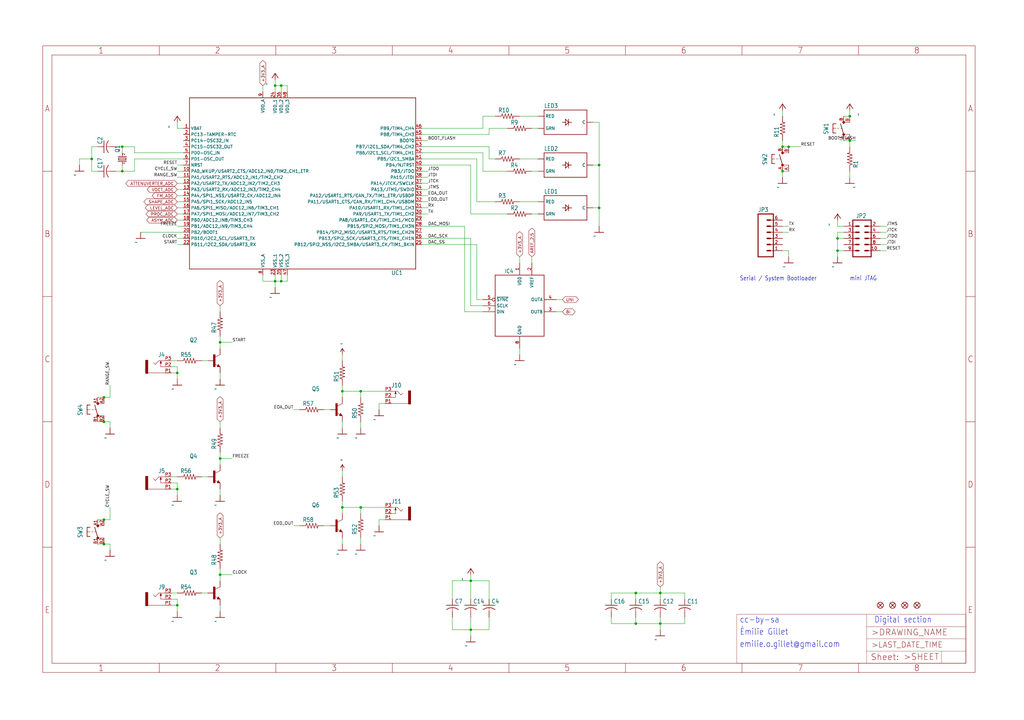
<source format=kicad_sch>
(kicad_sch (version 20211123) (generator eeschema)
  (paper "User" 425.45 299.161)
  (lib_symbols
    (symbol "tides_v40-eagle-import:+3V3" (power)
      (property "Value" "+3V3" (at -2.54 -5.08 90))
      (symbol "+3V3_1_0"
        (pin power_in line (at 0 -2.54 90) (length 2.54) (name "+3V3") (number "1"))
      )
    )
    (symbol "tides_v40-eagle-import:-NPN-SOT23-BEC"
      (property "Reference" "T" (at -10.16 7.62 0))
      (property "Value" "-NPN-SOT23-BEC" (at -10.16 5.08 0))
      (symbol "-NPN-SOT23-BEC_1_0"
        (pin passive line (at -2.54 0 0) (length 2.54) (name "B") (number "B"))
        (pin passive line (at 2.54 5.08 270) (length 2.54) (name "C") (number "C"))
        (pin passive line (at 2.54 -5.08 90) (length 2.54) (name "E") (number "E"))
      )
    )
    (symbol "tides_v40-eagle-import:A3L-LOC"
      (symbol "A3L-LOC_0_0"
        (text "1" (at 24.2094 1.905 0) (effects (font (size 2.54 2.286))))
        (text "1" (at 24.2094 258.445 0) (effects (font (size 2.54 2.286))))
        (text "2" (at 72.6281 1.905 0) (effects (font (size 2.54 2.286))))
        (text "2" (at 72.6281 258.445 0) (effects (font (size 2.54 2.286))))
        (text "3" (at 121.0469 1.905 0) (effects (font (size 2.54 2.286))))
        (text "3" (at 121.0469 258.445 0) (effects (font (size 2.54 2.286))))
        (text "4" (at 169.4656 1.905 0) (effects (font (size 2.54 2.286))))
        (text "4" (at 169.4656 258.445 0) (effects (font (size 2.54 2.286))))
        (text "5" (at 217.8844 1.905 0) (effects (font (size 2.54 2.286))))
        (text "5" (at 217.8844 258.445 0) (effects (font (size 2.54 2.286))))
        (text "6" (at 266.3031 1.905 0) (effects (font (size 2.54 2.286))))
        (text "6" (at 266.3031 258.445 0) (effects (font (size 2.54 2.286))))
        (text "7" (at 314.7219 1.905 0) (effects (font (size 2.54 2.286))))
        (text "7" (at 314.7219 258.445 0) (effects (font (size 2.54 2.286))))
        (text "8" (at 363.1406 1.905 0) (effects (font (size 2.54 2.286))))
        (text "8" (at 363.1406 258.445 0) (effects (font (size 2.54 2.286))))
        (text "A" (at 1.905 234.315 0) (effects (font (size 2.54 2.286))))
        (text "A" (at 385.445 234.315 0) (effects (font (size 2.54 2.286))))
        (text "B" (at 1.905 182.245 0) (effects (font (size 2.54 2.286))))
        (text "B" (at 385.445 182.245 0) (effects (font (size 2.54 2.286))))
        (text "C" (at 1.905 130.175 0) (effects (font (size 2.54 2.286))))
        (text "C" (at 385.445 130.175 0) (effects (font (size 2.54 2.286))))
        (text "D" (at 1.905 78.105 0) (effects (font (size 2.54 2.286))))
        (text "D" (at 385.445 78.105 0) (effects (font (size 2.54 2.286))))
        (text "E" (at 1.905 26.035 0) (effects (font (size 2.54 2.286))))
        (text "E" (at 385.445 26.035 0) (effects (font (size 2.54 2.286))))
      )
      (symbol "A3L-LOC_1_0"
        (text ">DRAWING_NAME" (at 344.17 15.24 0) (effects (font (size 2.54 2.54)) (justify left bottom)))
        (text ">LAST_DATE_TIME" (at 344.17 10.16 0) (effects (font (size 2.286 2.286)) (justify left bottom)))
        (text ">SHEET" (at 357.505 5.08 0) (effects (font (size 2.54 2.54)) (justify left bottom)))
        (text "Sheet:" (at 343.916 4.953 0) (effects (font (size 2.54 2.54)) (justify left bottom)))
      )
    )
    (symbol "tides_v40-eagle-import:C-USC0603"
      (property "Reference" "C" (at 1.016 0.635 0))
      (property "Value" "C-USC0603" (at 1.016 -4.191 0))
      (symbol "C-USC0603_1_0"
        (pin passive line (at 0 2.54 270) (length 2.54) (name "1") (number "1"))
        (pin passive line (at 0 -5.08 90) (length 2.54) (name "2") (number "2"))
      )
    )
    (symbol "tides_v40-eagle-import:CRYSTALHC49UP"
      (property "Reference" "Q" (at 2.54 1.016 0))
      (property "Value" "CRYSTALHC49UP" (at 2.54 -2.54 0))
      (symbol "CRYSTALHC49UP_1_0"
        (text "1" (at -2.159 -1.143 0) (effects (font (size 0.8636 0.734)) (justify left bottom)))
        (text "2" (at 1.524 -1.143 0) (effects (font (size 0.8636 0.734)) (justify left bottom)))
        (pin passive line (at -2.54 0 0) (length 0) (name "1") (number "1"))
        (pin passive line (at 2.54 0 180) (length 0) (name "2") (number "2"))
      )
    )
    (symbol "tides_v40-eagle-import:D6R"
      (property "Reference" "SW" (at -6.35 -2.54 90))
      (property "Value" "D6R" (at -3.81 3.175 90))
      (symbol "D6R_1_0"
        (pin passive line (at 0 5.08 270) (length 2.54) (name "S") (number "A1"))
        (pin passive line (at 2.54 5.08 270) (length 2.54) (name "S1") (number "A2"))
        (pin passive line (at 0 -5.08 90) (length 2.54) (name "P") (number "B1"))
        (pin passive line (at 2.54 -5.08 90) (length 2.54) (name "P1") (number "B2"))
      )
    )
    (symbol "tides_v40-eagle-import:DAC8552"
      (property "Reference" "IC" (at -2.54 15.24 0))
      (property "Value" "DAC8552" (at -10.16 -15.24 0))
      (symbol "DAC8552_1_0"
        (pin power_in line (at 0 17.78 270) (length 5.08) (name "VDD") (number "1"))
        (pin power_in line (at 5.08 17.78 270) (length 5.08) (name "VREF") (number "2"))
        (pin input line (at 15.24 -2.54 180) (length 5.08) (name "OUTB") (number "3"))
        (pin output line (at 15.24 2.54 180) (length 5.08) (name "OUTA") (number "4"))
        (pin bidirectional inverted (at -15.24 2.54 0) (length 5.08) (name "~{SYNC}") (number "5"))
        (pin bidirectional line (at -15.24 0 0) (length 5.08) (name "SCLK") (number "6"))
        (pin bidirectional line (at -15.24 -2.54 0) (length 5.08) (name "DIN") (number "7"))
        (pin power_in line (at 0 -17.78 90) (length 5.08) (name "GND") (number "8"))
      )
    )
    (symbol "tides_v40-eagle-import:EVQQ2"
      (property "Value" "EVQQ2" (at -3.81 3.175 90))
      (symbol "EVQQ2_1_0"
        (pin passive line (at 0 -5.08 90) (length 2.54) (name "P") (number "A"))
        (pin passive line (at 2.54 -5.08 90) (length 2.54) (name "P1") (number "A'"))
        (pin passive line (at 0 5.08 270) (length 2.54) (name "S") (number "B"))
        (pin passive line (at 2.54 5.08 270) (length 2.54) (name "S1") (number "B'"))
      )
    )
    (symbol "tides_v40-eagle-import:FIDUCIAL1X2")
    (symbol "tides_v40-eagle-import:GND" (power)
      (property "Value" "GND" (at -2.54 -2.54 0))
      (symbol "GND_1_0"
        (pin power_in line (at 0 2.54 270) (length 2.54) (name "GND") (number "1"))
      )
    )
    (symbol "tides_v40-eagle-import:LED-BICOLOR-THROUGHHOLE"
      (property "Reference" "LED" (at -7.62 5.842 0))
      (property "Value" "LED-BICOLOR-THROUGHHOLE" (at -7.62 -7.62 0))
      (symbol "LED-BICOLOR-THROUGHHOLE_1_0"
        (pin bidirectional line (at -10.16 -2.54 0) (length 2.54) (name "GRN") (number "1"))
        (pin bidirectional line (at 12.7 0 180) (length 2.54) (name "C") (number "2"))
        (pin bidirectional line (at -10.16 2.54 0) (length 2.54) (name "RED") (number "3"))
      )
    )
    (symbol "tides_v40-eagle-import:M05X2MINIJTAG"
      (property "Reference" "JP" (at -2.54 8.382 0))
      (property "Value" "M05X2MINIJTAG" (at -2.54 -10.16 0))
      (symbol "M05X2MINIJTAG_1_0"
        (pin passive line (at -7.62 5.08 0) (length 5.08) (name "1") (number "1"))
        (pin passive line (at 7.62 -5.08 180) (length 5.08) (name "10") (number "10"))
        (pin passive line (at 7.62 5.08 180) (length 5.08) (name "2") (number "2"))
        (pin passive line (at -7.62 2.54 0) (length 5.08) (name "3") (number "3"))
        (pin passive line (at 7.62 2.54 180) (length 5.08) (name "4") (number "4"))
        (pin passive line (at -7.62 0 0) (length 5.08) (name "5") (number "5"))
        (pin passive line (at 7.62 0 180) (length 5.08) (name "6") (number "6"))
        (pin passive line (at -7.62 -2.54 0) (length 5.08) (name "7") (number "7"))
        (pin passive line (at 7.62 -2.54 180) (length 5.08) (name "8") (number "8"))
        (pin passive line (at -7.62 -5.08 0) (length 5.08) (name "9") (number "9"))
      )
    )
    (symbol "tides_v40-eagle-import:M06SIP"
      (property "Reference" "JP" (at -5.08 10.922 0))
      (property "Value" "M06SIP" (at -5.08 -10.16 0))
      (symbol "M06SIP_1_0"
        (pin passive line (at 5.08 -5.08 180) (length 5.08) (name "1") (number "1"))
        (pin passive line (at 5.08 -2.54 180) (length 5.08) (name "2") (number "2"))
        (pin passive line (at 5.08 0 180) (length 5.08) (name "3") (number "3"))
        (pin passive line (at 5.08 2.54 180) (length 5.08) (name "4") (number "4"))
        (pin passive line (at 5.08 5.08 180) (length 5.08) (name "5") (number "5"))
        (pin passive line (at 5.08 7.62 180) (length 5.08) (name "6") (number "6"))
      )
    )
    (symbol "tides_v40-eagle-import:PJ301_THONKICONN6"
      (property "Reference" "J" (at -2.54 4.064 0))
      (symbol "PJ301_THONKICONN6_1_0"
        (pin passive line (at -5.08 -2.54 0) (length 2.54) (name "1") (number "P1"))
        (pin passive line (at -5.08 0 0) (length 2.54) (name "2") (number "P2"))
        (pin passive line (at -5.08 2.54 0) (length 2.54) (name "3") (number "P3"))
      )
    )
    (symbol "tides_v40-eagle-import:R-US_R0603"
      (property "Reference" "R" (at -3.81 1.4986 0))
      (property "Value" "R-US_R0603" (at -3.81 -3.302 0))
      (symbol "R-US_R0603_1_0"
        (pin passive line (at -5.08 0 0) (length 2.54) (name "1") (number "1"))
        (pin passive line (at 5.08 0 180) (length 2.54) (name "2") (number "2"))
      )
    )
    (symbol "tides_v40-eagle-import:STM32F103CB"
      (property "Value" "STM32F103CB" (at 45.72 38.1 0))
      (symbol "STM32F103CB_1_0"
        (pin power_in line (at -48.26 22.86 0) (length 2.54) (name "VBAT") (number "1"))
        (pin bidirectional line (at -48.26 5.08 0) (length 2.54) (name "PA0_WKUP/USART2_CTS/ADC12_IN0/TIM2_CH1_ETR") (number "10"))
        (pin bidirectional line (at -48.26 2.54 0) (length 2.54) (name "PA1/USART2_RTS/ADC12_IN1/TIM2_CH2") (number "11"))
        (pin bidirectional line (at -48.26 0 0) (length 2.54) (name "PA2/USART2_TX/ADC12_IN2/TIM2_CH3") (number "12"))
        (pin bidirectional line (at -48.26 -2.54 0) (length 2.54) (name "PA3/USART2_RX/ADC12_IN3/TIM2_CH4") (number "13"))
        (pin bidirectional line (at -48.26 -5.08 0) (length 2.54) (name "PA4/SPI1_NSS/USART2_CK/ADC12_IN4") (number "14"))
        (pin bidirectional line (at -48.26 -7.62 0) (length 2.54) (name "PA5/SPI1_SCK/ADC12_IN5") (number "15"))
        (pin bidirectional line (at -48.26 -10.16 0) (length 2.54) (name "PA6/SPI1_MISO/ADC12_IN6/TIM3_CH1") (number "16"))
        (pin bidirectional line (at -48.26 -12.7 0) (length 2.54) (name "PA7/SPI1_MOSI/ADC12_IN7/TIM3_CH2") (number "17"))
        (pin bidirectional line (at -48.26 -15.24 0) (length 2.54) (name "PB0/ADC12_IN8/TIM3_CH3") (number "18"))
        (pin bidirectional line (at -48.26 -17.78 0) (length 2.54) (name "PB1/ADC12_IN9/TIM3_CH4") (number "19"))
        (pin input line (at -48.26 20.32 0) (length 2.54) (name "PC13-TAMPER-RTC") (number "2"))
        (pin bidirectional line (at -48.26 -20.32 0) (length 2.54) (name "PB2/BOOT1") (number "20"))
        (pin input line (at -48.26 -22.86 0) (length 2.54) (name "PB10/I2C2_SCL/USART3_TX") (number "21"))
        (pin input line (at -48.26 -25.4 0) (length 2.54) (name "PB11/I2C2_SDA/USART3_RX") (number "22"))
        (pin power_in line (at -10.16 -38.1 90) (length 2.54) (name "VSS_1") (number "23"))
        (pin power_in line (at -10.16 38.1 270) (length 2.54) (name "VDD_1") (number "24"))
        (pin input line (at 50.8 -25.4 180) (length 2.54) (name "PB12/SPI2_NSS/I2C2_SMBA/USART3_CK/TIM1_BKIN") (number "25"))
        (pin input line (at 50.8 -22.86 180) (length 2.54) (name "PB13/SPI2_SCK/USART3_CTS/TIM1_CH1N") (number "26"))
        (pin input line (at 50.8 -20.32 180) (length 2.54) (name "PB14/SPI2_MISO/USART3_RTS/TIM1_CH2N") (number "27"))
        (pin input line (at 50.8 -17.78 180) (length 2.54) (name "PB15/SPI2_MOSI/TIM1_CH3N") (number "28"))
        (pin bidirectional line (at 50.8 -15.24 180) (length 2.54) (name "PA8/USART1_CK/TIM1_CH1/MCO") (number "29"))
        (pin input line (at -48.26 17.78 0) (length 2.54) (name "PC14-OSC32_IN") (number "3"))
        (pin input line (at 50.8 -12.7 180) (length 2.54) (name "PA9/USART1_TX/TIM1_CH2") (number "30"))
        (pin bidirectional line (at 50.8 -10.16 180) (length 2.54) (name "PA10/USART1_RX/TIM1_CH3") (number "31"))
        (pin bidirectional line (at 50.8 -7.62 180) (length 2.54) (name "PA11/USART1_CTS/CAN_RX/TIM1_CH4/USBDM") (number "32"))
        (pin bidirectional line (at 50.8 -5.08 180) (length 2.54) (name "PA12/USART1_RTS/CAN_TX/TIM1_ETR/USBDP") (number "33"))
        (pin bidirectional line (at 50.8 -2.54 180) (length 2.54) (name "PA13/JTMS/SWDIO") (number "34"))
        (pin power_in line (at -7.62 -38.1 90) (length 2.54) (name "VSS_2") (number "35"))
        (pin power_in line (at -7.62 38.1 270) (length 2.54) (name "VDD_2") (number "36"))
        (pin bidirectional line (at 50.8 0 180) (length 2.54) (name "PA14/JTCK/SWCLK") (number "37"))
        (pin bidirectional line (at 50.8 2.54 180) (length 2.54) (name "PA15/JTDI") (number "38"))
        (pin bidirectional line (at 50.8 5.08 180) (length 2.54) (name "PB3/JTDO") (number "39"))
        (pin input line (at -48.26 15.24 0) (length 2.54) (name "PC15-OSC32_OUT") (number "4"))
        (pin bidirectional line (at 50.8 7.62 180) (length 2.54) (name "PB4/NJTRST") (number "40"))
        (pin input line (at 50.8 10.16 180) (length 2.54) (name "PB5/I2C1_SMBA") (number "41"))
        (pin input line (at 50.8 12.7 180) (length 2.54) (name "PB6/I2C1_SCL/TIM4_CH1") (number "42"))
        (pin bidirectional line (at 50.8 15.24 180) (length 2.54) (name "PB7/I2C1_SDA/TIM4_CH2") (number "43"))
        (pin input line (at 50.8 17.78 180) (length 2.54) (name "BOOT0") (number "44"))
        (pin bidirectional line (at 50.8 20.32 180) (length 2.54) (name "PB8/TIM4_CH3") (number "45"))
        (pin input line (at 50.8 22.86 180) (length 2.54) (name "PB9/TIM4_CH4") (number "46"))
        (pin power_in line (at -5.08 -38.1 90) (length 2.54) (name "VSS_3") (number "47"))
        (pin power_in line (at -5.08 38.1 270) (length 2.54) (name "VDD_3") (number "48"))
        (pin input line (at -48.26 12.7 0) (length 2.54) (name "PD0-OSC_IN") (number "5"))
        (pin input line (at -48.26 10.16 0) (length 2.54) (name "PD1-OSC_OUT") (number "6"))
        (pin input line (at -48.26 7.62 0) (length 2.54) (name "NRST") (number "7"))
        (pin power_in line (at -15.24 -38.1 90) (length 2.54) (name "VSS_A") (number "8"))
        (pin power_in line (at -15.24 38.1 270) (length 2.54) (name "VDD_A") (number "9"))
      )
    )
    (symbol "tides_v40-eagle-import:VCC" (power)
      (property "Value" "VCC" (at -1.016 3.556 0))
      (symbol "VCC_1_0"
        (pin power_in line (at 0 0 90) (length 2.54) (name "VCC") (number "1"))
      )
    )
  )
  (junction (at 195.58 261.62))
  (junction (at 116.84 116.84))
  (junction (at 43.18 165.1))
  (junction (at 43.18 226.06))
  (junction (at 91.44 190.5))
  (junction (at 195.58 241.3))
  (junction (at 264.16 259.08))
  (junction (at 325.12 60.96))
  (junction (at 248.92 68.58))
  (junction (at 50.8 60.96))
  (junction (at 274.32 259.08))
  (junction (at 114.3 35.56))
  (junction (at 73.66 203.2))
  (junction (at 50.8 71.12))
  (junction (at 325.12 71.12))
  (junction (at 116.84 35.56))
  (junction (at 73.66 154.94))
  (junction (at 142.24 162.56))
  (junction (at 353.06 48.26))
  (junction (at 43.18 215.9))
  (junction (at 274.32 246.38))
  (junction (at 347.98 99.06))
  (junction (at 327.66 60.96))
  (junction (at 43.18 175.26))
  (junction (at 91.44 142.24))
  (junction (at 149.86 162.56))
  (junction (at 114.3 116.84))
  (junction (at 347.98 104.14))
  (junction (at 142.24 210.82))
  (junction (at 91.44 238.76))
  (junction (at 353.06 58.42))
  (junction (at 73.66 251.46))
  (junction (at 264.16 246.38))
  (junction (at 38.1 66.04))
  (junction (at 149.86 210.82))
  (junction (at 248.92 86.36))
  (wire (pts (xy 116.84 116.84) (xy 119.38 116.84)))
  (wire (pts (xy 350.52 96.52) (xy 347.98 96.52)))
  (wire (pts (xy 73.66 83.82) (xy 76.2 83.82)))
  (wire (pts (xy 71.12 149.86) (xy 73.66 149.86)))
  (wire (pts (xy 195.58 256.54) (xy 195.58 261.62)))
  (wire (pts (xy 175.26 88.9) (xy 177.8 88.9)))
  (wire (pts (xy 325.12 71.12) (xy 327.66 71.12)))
  (wire (pts (xy 91.44 193.04) (xy 91.44 190.5)))
  (wire (pts (xy 114.3 116.84) (xy 116.84 116.84)))
  (wire (pts (xy 91.44 203.2) (xy 91.44 205.74)))
  (wire (pts (xy 43.18 226.06) (xy 45.72 226.06)))
  (wire (pts (xy 195.58 261.62) (xy 203.2 261.62)))
  (wire (pts (xy 274.32 261.62) (xy 274.32 259.08)))
  (wire (pts (xy 203.2 55.88) (xy 203.2 53.34)))
  (wire (pts (xy 71.12 246.38) (xy 73.66 246.38)))
  (wire (pts (xy 142.24 149.86) (xy 142.24 147.32)))
  (wire (pts (xy 73.66 93.98) (xy 76.2 93.98)))
  (wire (pts (xy 142.24 210.82) (xy 149.86 210.82)))
  (wire (pts (xy 149.86 175.26) (xy 149.86 177.8)))
  (wire (pts (xy 215.9 109.22) (xy 215.9 106.68)))
  (wire (pts (xy 264.16 259.08) (xy 264.16 256.54)))
  (wire (pts (xy 198.12 66.04) (xy 175.26 66.04)))
  (wire (pts (xy 134.62 170.18) (xy 137.16 170.18)))
  (wire (pts (xy 142.24 198.12) (xy 142.24 195.58)))
  (wire (pts (xy 195.58 88.9) (xy 210.82 88.9)))
  (wire (pts (xy 175.26 68.58) (xy 195.58 68.58)))
  (wire (pts (xy 38.1 66.04) (xy 33.02 66.04)))
  (wire (pts (xy 220.98 109.22) (xy 220.98 106.68)))
  (wire (pts (xy 220.98 53.34) (xy 223.52 53.34)))
  (wire (pts (xy 71.12 198.12) (xy 73.66 198.12)))
  (wire (pts (xy 157.48 215.9) (xy 157.48 218.44)))
  (wire (pts (xy 71.12 152.4) (xy 73.66 152.4)))
  (wire (pts (xy 254 246.38) (xy 254 248.92)))
  (wire (pts (xy 45.72 165.1) (xy 45.72 160.02)))
  (wire (pts (xy 175.26 99.06) (xy 195.58 99.06)))
  (wire (pts (xy 55.88 63.5) (xy 55.88 60.96)))
  (wire (pts (xy 40.64 165.1) (xy 43.18 165.1)))
  (wire (pts (xy 142.24 208.28) (xy 142.24 210.82)))
  (wire (pts (xy 73.66 200.66) (xy 73.66 203.2)))
  (wire (pts (xy 198.12 101.6) (xy 198.12 124.46)))
  (wire (pts (xy 55.88 60.96) (xy 50.8 60.96)))
  (wire (pts (xy 50.8 71.12) (xy 55.88 71.12)))
  (wire (pts (xy 160.02 167.64) (xy 157.48 167.64)))
  (wire (pts (xy 73.66 71.12) (xy 76.2 71.12)))
  (wire (pts (xy 175.26 53.34) (xy 200.66 53.34)))
  (wire (pts (xy 76.2 101.6) (xy 73.66 101.6)))
  (wire (pts (xy 142.24 175.26) (xy 142.24 177.8)))
  (wire (pts (xy 353.06 60.96) (xy 353.06 58.42)))
  (wire (pts (xy 83.82 198.12) (xy 86.36 198.12)))
  (wire (pts (xy 114.3 38.1) (xy 114.3 35.56)))
  (wire (pts (xy 55.88 66.04) (xy 76.2 66.04)))
  (wire (pts (xy 347.98 96.52) (xy 347.98 99.06)))
  (wire (pts (xy 124.46 170.18) (xy 121.92 170.18)))
  (wire (pts (xy 198.12 83.82) (xy 198.12 66.04)))
  (wire (pts (xy 198.12 124.46) (xy 200.66 124.46)))
  (wire (pts (xy 40.64 60.96) (xy 38.1 60.96)))
  (wire (pts (xy 200.66 63.5) (xy 200.66 71.12)))
  (wire (pts (xy 200.66 53.34) (xy 200.66 48.26)))
  (wire (pts (xy 76.2 63.5) (xy 55.88 63.5)))
  (wire (pts (xy 284.48 246.38) (xy 284.48 248.92)))
  (wire (pts (xy 73.66 203.2) (xy 73.66 205.74)))
  (wire (pts (xy 124.46 218.44) (xy 121.92 218.44)))
  (wire (pts (xy 119.38 35.56) (xy 119.38 38.1)))
  (wire (pts (xy 40.64 215.9) (xy 43.18 215.9)))
  (wire (pts (xy 195.58 241.3) (xy 203.2 241.3)))
  (wire (pts (xy 73.66 53.34) (xy 73.66 50.8)))
  (wire (pts (xy 350.52 104.14) (xy 347.98 104.14)))
  (wire (pts (xy 73.66 78.74) (xy 76.2 78.74)))
  (wire (pts (xy 325.12 96.52) (xy 327.66 96.52)))
  (wire (pts (xy 325.12 71.12) (xy 325.12 73.66)))
  (wire (pts (xy 175.26 71.12) (xy 177.8 71.12)))
  (wire (pts (xy 40.64 175.26) (xy 43.18 175.26)))
  (wire (pts (xy 76.2 96.52) (xy 58.42 96.52)))
  (wire (pts (xy 175.26 63.5) (xy 200.66 63.5)))
  (wire (pts (xy 91.44 223.52) (xy 91.44 226.06)))
  (wire (pts (xy 55.88 71.12) (xy 55.88 66.04)))
  (wire (pts (xy 248.92 86.36) (xy 248.92 93.98)))
  (wire (pts (xy 76.2 53.34) (xy 73.66 53.34)))
  (wire (pts (xy 116.84 114.3) (xy 116.84 116.84)))
  (wire (pts (xy 215.9 83.82) (xy 223.52 83.82)))
  (wire (pts (xy 45.72 175.26) (xy 45.72 177.8)))
  (wire (pts (xy 91.44 142.24) (xy 91.44 139.7)))
  (wire (pts (xy 149.86 210.82) (xy 160.02 210.82)))
  (wire (pts (xy 91.44 238.76) (xy 91.44 236.22)))
  (wire (pts (xy 142.24 162.56) (xy 149.86 162.56)))
  (wire (pts (xy 353.06 71.12) (xy 353.06 73.66)))
  (wire (pts (xy 114.3 114.3) (xy 114.3 116.84)))
  (wire (pts (xy 73.66 76.2) (xy 76.2 76.2)))
  (wire (pts (xy 114.3 35.56) (xy 116.84 35.56)))
  (wire (pts (xy 73.66 251.46) (xy 73.66 254)))
  (wire (pts (xy 40.64 226.06) (xy 43.18 226.06)))
  (wire (pts (xy 195.58 68.58) (xy 195.58 88.9)))
  (wire (pts (xy 142.24 210.82) (xy 142.24 213.36)))
  (wire (pts (xy 91.44 144.78) (xy 91.44 142.24)))
  (wire (pts (xy 73.66 81.28) (xy 76.2 81.28)))
  (wire (pts (xy 175.26 101.6) (xy 198.12 101.6)))
  (wire (pts (xy 187.96 248.92) (xy 187.96 241.3)))
  (wire (pts (xy 203.2 60.96) (xy 175.26 60.96)))
  (wire (pts (xy 205.74 66.04) (xy 203.2 66.04)))
  (wire (pts (xy 91.44 238.76) (xy 96.52 238.76)))
  (wire (pts (xy 274.32 246.38) (xy 284.48 246.38)))
  (wire (pts (xy 134.62 218.44) (xy 137.16 218.44)))
  (wire (pts (xy 175.26 93.98) (xy 193.04 93.98)))
  (wire (pts (xy 109.22 114.3) (xy 109.22 116.84)))
  (wire (pts (xy 175.26 78.74) (xy 177.8 78.74)))
  (wire (pts (xy 76.2 99.06) (xy 73.66 99.06)))
  (wire (pts (xy 353.06 45.72) (xy 353.06 48.26)))
  (wire (pts (xy 142.24 162.56) (xy 142.24 165.1)))
  (wire (pts (xy 76.2 68.58) (xy 73.66 68.58)))
  (wire (pts (xy 91.44 241.3) (xy 91.44 238.76)))
  (wire (pts (xy 193.04 93.98) (xy 193.04 129.54)))
  (wire (pts (xy 149.86 210.82) (xy 149.86 213.36)))
  (wire (pts (xy 325.12 93.98) (xy 327.66 93.98)))
  (wire (pts (xy 119.38 114.3) (xy 119.38 116.84)))
  (wire (pts (xy 274.32 248.92) (xy 274.32 246.38)))
  (wire (pts (xy 365.76 101.6) (xy 368.3 101.6)))
  (wire (pts (xy 83.82 246.38) (xy 86.36 246.38)))
  (wire (pts (xy 187.96 241.3) (xy 195.58 241.3)))
  (wire (pts (xy 246.38 50.8) (xy 248.92 50.8)))
  (wire (pts (xy 91.44 190.5) (xy 96.52 190.5)))
  (wire (pts (xy 325.12 58.42) (xy 325.12 60.96)))
  (wire (pts (xy 187.96 256.54) (xy 187.96 261.62)))
  (wire (pts (xy 43.18 165.1) (xy 45.72 165.1)))
  (wire (pts (xy 350.52 99.06) (xy 347.98 99.06)))
  (wire (pts (xy 109.22 116.84) (xy 114.3 116.84)))
  (wire (pts (xy 284.48 259.08) (xy 284.48 256.54)))
  (wire (pts (xy 220.98 88.9) (xy 223.52 88.9)))
  (wire (pts (xy 142.24 223.52) (xy 142.24 226.06)))
  (wire (pts (xy 71.12 251.46) (xy 73.66 251.46)))
  (wire (pts (xy 203.2 241.3) (xy 203.2 248.92)))
  (wire (pts (xy 38.1 71.12) (xy 40.64 71.12)))
  (wire (pts (xy 91.44 190.5) (xy 91.44 187.96)))
  (wire (pts (xy 195.58 99.06) (xy 195.58 127)))
  (wire (pts (xy 347.98 93.98) (xy 347.98 91.44)))
  (wire (pts (xy 38.1 66.04) (xy 38.1 71.12)))
  (wire (pts (xy 254 256.54) (xy 254 259.08)))
  (wire (pts (xy 205.74 83.82) (xy 198.12 83.82)))
  (wire (pts (xy 175.26 73.66) (xy 177.8 73.66)))
  (wire (pts (xy 353.06 58.42) (xy 355.6 58.42)))
  (wire (pts (xy 195.58 127) (xy 200.66 127)))
  (wire (pts (xy 274.32 246.38) (xy 274.32 243.84)))
  (wire (pts (xy 175.26 86.36) (xy 177.8 86.36)))
  (wire (pts (xy 175.26 83.82) (xy 177.8 83.82)))
  (wire (pts (xy 325.12 45.72) (xy 325.12 48.26)))
  (wire (pts (xy 160.02 215.9) (xy 157.48 215.9)))
  (wire (pts (xy 365.76 96.52) (xy 368.3 96.52)))
  (wire (pts (xy 45.72 226.06) (xy 45.72 228.6)))
  (wire (pts (xy 33.02 66.04) (xy 33.02 68.58)))
  (wire (pts (xy 73.66 91.44) (xy 76.2 91.44)))
  (wire (pts (xy 210.82 71.12) (xy 200.66 71.12)))
  (wire (pts (xy 175.26 55.88) (xy 203.2 55.88)))
  (wire (pts (xy 327.66 60.96) (xy 332.74 60.96)))
  (wire (pts (xy 246.38 68.58) (xy 248.92 68.58)))
  (wire (pts (xy 73.66 152.4) (xy 73.66 154.94)))
  (wire (pts (xy 195.58 261.62) (xy 195.58 264.16)))
  (wire (pts (xy 76.2 88.9) (xy 73.66 88.9)))
  (wire (pts (xy 50.8 71.12) (xy 50.8 68.58)))
  (wire (pts (xy 203.2 261.62) (xy 203.2 256.54)))
  (wire (pts (xy 215.9 48.26) (xy 223.52 48.26)))
  (wire (pts (xy 350.52 93.98) (xy 347.98 93.98)))
  (wire (pts (xy 109.22 38.1) (xy 109.22 35.56)))
  (wire (pts (xy 203.2 66.04) (xy 203.2 60.96)))
  (wire (pts (xy 50.8 60.96) (xy 50.8 63.5)))
  (wire (pts (xy 149.86 162.56) (xy 149.86 165.1)))
  (wire (pts (xy 248.92 50.8) (xy 248.92 68.58)))
  (wire (pts (xy 254 259.08) (xy 264.16 259.08)))
  (wire (pts (xy 220.98 71.12) (xy 223.52 71.12)))
  (wire (pts (xy 142.24 160.02) (xy 142.24 162.56)))
  (wire (pts (xy 365.76 99.06) (xy 368.3 99.06)))
  (wire (pts (xy 210.82 53.34) (xy 203.2 53.34)))
  (wire (pts (xy 195.58 241.3) (xy 195.58 238.76)))
  (wire (pts (xy 71.12 154.94) (xy 73.66 154.94)))
  (wire (pts (xy 246.38 86.36) (xy 248.92 86.36)))
  (wire (pts (xy 91.44 154.94) (xy 91.44 157.48)))
  (wire (pts (xy 200.66 48.26) (xy 205.74 48.26)))
  (wire (pts (xy 91.44 127) (xy 91.44 129.54)))
  (wire (pts (xy 149.86 223.52) (xy 149.86 226.06)))
  (wire (pts (xy 231.14 129.54) (xy 233.68 129.54)))
  (wire (pts (xy 365.76 93.98) (xy 368.3 93.98)))
  (wire (pts (xy 157.48 167.64) (xy 157.48 170.18)))
  (wire (pts (xy 149.86 162.56) (xy 160.02 162.56)))
  (wire (pts (xy 71.12 248.92) (xy 73.66 248.92)))
  (wire (pts (xy 325.12 60.96) (xy 327.66 60.96)))
  (wire (pts (xy 91.44 175.26) (xy 91.44 177.8)))
  (wire (pts (xy 71.12 200.66) (xy 73.66 200.66)))
  (wire (pts (xy 350.52 58.42) (xy 353.06 58.42)))
  (wire (pts (xy 365.76 104.14) (xy 368.3 104.14)))
  (wire (pts (xy 274.32 259.08) (xy 284.48 259.08)))
  (wire (pts (xy 347.98 99.06) (xy 347.98 104.14)))
  (wire (pts (xy 114.3 116.84) (xy 114.3 119.38)))
  (wire (pts (xy 73.66 73.66) (xy 76.2 73.66)))
  (wire (pts (xy 48.26 60.96) (xy 50.8 60.96)))
  (wire (pts (xy 264.16 259.08) (xy 274.32 259.08)))
  (wire (pts (xy 264.16 246.38) (xy 264.16 248.92)))
  (wire (pts (xy 73.66 86.36) (xy 76.2 86.36)))
  (wire (pts (xy 38.1 60.96) (xy 38.1 66.04)))
  (wire (pts (xy 43.18 215.9) (xy 45.72 215.9)))
  (wire (pts (xy 116.84 38.1) (xy 116.84 35.56)))
  (wire (pts (xy 350.52 48.26) (xy 353.06 48.26)))
  (wire (pts (xy 116.84 35.56) (xy 119.38 35.56)))
  (wire (pts (xy 193.04 129.54) (xy 200.66 129.54)))
  (wire (pts (xy 175.26 81.28) (xy 177.8 81.28)))
  (wire (pts (xy 248.92 86.36) (xy 248.92 68.58)))
  (wire (pts (xy 327.66 104.14) (xy 327.66 106.68)))
  (wire (pts (xy 45.72 215.9) (xy 45.72 210.82)))
  (wire (pts (xy 91.44 142.24) (xy 96.52 142.24)))
  (wire (pts (xy 73.66 154.94) (xy 73.66 157.48)))
  (wire (pts (xy 48.26 71.12) (xy 50.8 71.12)))
  (wire (pts (xy 83.82 149.86) (xy 86.36 149.86)))
  (wire (pts (xy 347.98 104.14) (xy 347.98 106.68)))
  (wire (pts (xy 71.12 203.2) (xy 73.66 203.2)))
  (wire (pts (xy 195.58 248.92) (xy 195.58 241.3)))
  (wire (pts (xy 91.44 251.46) (xy 91.44 254)))
  (wire (pts (xy 264.16 246.38) (xy 274.32 246.38)))
  (wire (pts (xy 43.18 175.26) (xy 45.72 175.26)))
  (wire (pts (xy 274.32 256.54) (xy 274.32 259.08)))
  (wire (pts (xy 175.26 76.2) (xy 177.8 76.2)))
  (wire (pts (xy 231.14 124.46) (xy 233.68 124.46)))
  (wire (pts (xy 114.3 33.02) (xy 114.3 35.56)))
  (wire (pts (xy 325.12 104.14) (xy 327.66 104.14)))
  (wire (pts (xy 187.96 261.62) (xy 195.58 261.62)))
  (wire (pts (xy 73.66 248.92) (xy 73.66 251.46)))
  (wire (pts (xy 223.52 66.04) (xy 215.9 66.04)))
  (wire (pts (xy 175.26 58.42) (xy 177.8 58.42)))
  (wire (pts (xy 215.9 147.32) (xy 215.9 144.78)))
  (wire (pts (xy 254 246.38) (xy 264.16 246.38)))
  (text "cc-by-sa" (at 307.34 259.08 180) (effects (font (size 2.54 2.159)) (justify left bottom)))
  (text "Digital section" (at 363.22 259.08 180) (effects (font (size 2.54 2.159)) (justify left bottom)))
  (text "Serial / System Bootloader" (at 307.34 116.84 180) (effects (font (size 1.778 1.5113)) (justify left bottom)))
  (text "Émilie Gillet" (at 307.34 264.16 180) (effects (font (size 2.54 2.159)) (justify left bottom)))
  (text "emilie.o.gillet@gmail.com" (at 307.34 269.24 180) (effects (font (size 2.54 2.159)) (justify left bottom)))
  (text "mini JTAG" (at 353.06 116.84 180) (effects (font (size 1.778 1.5113)) (justify left bottom)))
  (label "BOOT_FLASH" (at 177.8 58.42 0) (effects (font (size 1.2446 1.2446))))
  (label "CLOCK" (at 73.66 99.06 180) (effects (font (size 1.2446 1.2446))))
  (label "JTCK" (at 368.3 96.52 0) (effects (font (size 1.2446 1.2446))))
  (label "CLOCK" (at 96.52 238.76 0) (effects (font (size 1.2446 1.2446))))
  (label "RESET" (at 368.3 104.14 0) (effects (font (size 1.2446 1.2446))))
  (label "DAC_SS" (at 177.8 101.6 0) (effects (font (size 1.2446 1.2446))))
  (label "CYCLE_SW" (at 73.66 71.12 180) (effects (font (size 1.2446 1.2446))))
  (label "JTMS" (at 368.3 93.98 0) (effects (font (size 1.2446 1.2446))))
  (label "EOD_OUT" (at 177.8 83.82 0) (effects (font (size 1.2446 1.2446))))
  (label "TX" (at 177.8 88.9 0) (effects (font (size 1.2446 1.2446))))
  (label "FREEZE" (at 96.52 190.5 0) (effects (font (size 1.2446 1.2446))))
  (label "RX" (at 177.8 86.36 0) (effects (font (size 1.2446 1.2446))))
  (label "CYCLE_SW" (at 45.72 210.82 90) (effects (font (size 1.2446 1.2446))))
  (label "START" (at 73.66 101.6 180) (effects (font (size 1.2446 1.2446))))
  (label "JTCK" (at 177.8 76.2 0) (effects (font (size 1.2446 1.2446))))
  (label "EOA_OUT" (at 177.8 81.28 0) (effects (font (size 1.2446 1.2446))))
  (label "EOA_OUT" (at 121.92 170.18 180) (effects (font (size 1.2446 1.2446))))
  (label "RX" (at 327.66 96.52 0) (effects (font (size 1.2446 1.2446))))
  (label "JTMS" (at 177.8 78.74 0) (effects (font (size 1.2446 1.2446))))
  (label "DAC_SCK" (at 177.8 99.06 0) (effects (font (size 1.2446 1.2446))))
  (label "JTDI" (at 368.3 101.6 0) (effects (font (size 1.2446 1.2446))))
  (label "DAC_MOSI" (at 177.8 93.98 0) (effects (font (size 1.2446 1.2446))))
  (label "START" (at 96.52 142.24 0) (effects (font (size 1.2446 1.2446))))
  (label "RANGE_SW" (at 45.72 160.02 90) (effects (font (size 1.2446 1.2446))))
  (label "JTDO" (at 368.3 99.06 0) (effects (font (size 1.2446 1.2446))))
  (label "FREEZE" (at 73.66 93.98 180) (effects (font (size 1.2446 1.2446))))
  (label "EOD_OUT" (at 121.92 218.44 180) (effects (font (size 1.2446 1.2446))))
  (label "JTDI" (at 177.8 73.66 0) (effects (font (size 1.2446 1.2446))))
  (label "RANGE_SW" (at 73.66 73.66 180) (effects (font (size 1.2446 1.2446))))
  (label "RESET" (at 73.66 68.58 180) (effects (font (size 1.2446 1.2446))))
  (label "TX" (at 327.66 93.98 0) (effects (font (size 1.2446 1.2446))))
  (label "BOOT_FLASH" (at 355.6 58.42 180) (effects (font (size 1.2446 1.2446))))
  (label "RESET" (at 332.74 60.96 0) (effects (font (size 1.2446 1.2446))))
  (label "JTDO" (at 177.8 71.12 0) (effects (font (size 1.2446 1.2446))))
  (global_label "SHAPE_ADC" (shape bidirectional) (at 73.66 83.82 180) (effects (font (size 1.2446 1.2446))) (property "Intersheet References" "${INTERSHEET_REFS}" (effects hide)))
  (global_label "+3V3_A" (shape bidirectional) (at 215.9 106.68 90) (effects (font (size 1.2446 1.2446))) (property "Intersheet References" "${INTERSHEET_REFS}" (effects hide)))
  (global_label "ASYM_ADC" (shape bidirectional) (at 73.66 91.44 180) (effects (font (size 1.2446 1.2446))) (property "Intersheet References" "${INTERSHEET_REFS}" (effects hide)))
  (global_label "ATTENUVERTER_ADC" (shape bidirectional) (at 73.66 76.2 180) (effects (font (size 1.2446 1.2446))) (property "Intersheet References" "${INTERSHEET_REFS}" (effects hide)))
  (global_label "UNI" (shape bidirectional) (at 233.68 124.46 0) (effects (font (size 1.2446 1.2446))) (property "Intersheet References" "${INTERSHEET_REFS}" (effects hide)))
  (global_label "VOCT_ADC" (shape bidirectional) (at 73.66 78.74 180) (effects (font (size 1.2446 1.2446))) (property "Intersheet References" "${INTERSHEET_REFS}" (effects hide)))
  (global_label "+3V3_A" (shape bidirectional) (at 91.44 223.52 90) (effects (font (size 1.2446 1.2446))) (property "Intersheet References" "${INTERSHEET_REFS}" (effects hide)))
  (global_label "BI" (shape bidirectional) (at 233.68 129.54 0) (effects (font (size 1.2446 1.2446))) (property "Intersheet References" "${INTERSHEET_REFS}" (effects hide)))
  (global_label "+3V3_A" (shape bidirectional) (at 274.32 243.84 90) (effects (font (size 1.2446 1.2446))) (property "Intersheet References" "${INTERSHEET_REFS}" (effects hide)))
  (global_label "PROC_ADC" (shape bidirectional) (at 73.66 88.9 180) (effects (font (size 1.2446 1.2446))) (property "Intersheet References" "${INTERSHEET_REFS}" (effects hide)))
  (global_label "AREF_2.5" (shape bidirectional) (at 220.98 106.68 90) (effects (font (size 1.2446 1.2446))) (property "Intersheet References" "${INTERSHEET_REFS}" (effects hide)))
  (global_label "FM_ADC" (shape bidirectional) (at 73.66 81.28 180) (effects (font (size 1.2446 1.2446))) (property "Intersheet References" "${INTERSHEET_REFS}" (effects hide)))
  (global_label "LEVEL_ADC" (shape bidirectional) (at 73.66 86.36 180) (effects (font (size 1.2446 1.2446))) (property "Intersheet References" "${INTERSHEET_REFS}" (effects hide)))
  (global_label "+3V3_A" (shape bidirectional) (at 91.44 175.26 90) (effects (font (size 1.2446 1.2446))) (property "Intersheet References" "${INTERSHEET_REFS}" (effects hide)))
  (global_label "+3V3_A" (shape bidirectional) (at 109.22 35.56 90) (effects (font (size 1.2446 1.2446))) (property "Intersheet References" "${INTERSHEET_REFS}" (effects hide)))
  (global_label "+3V3_A" (shape bidirectional) (at 91.44 127 90) (effects (font (size 1.2446 1.2446))) (property "Intersheet References" "${INTERSHEET_REFS}" (effects hide)))
  (symbol (lib_id "tides_v40-eagle-import:GND") (at 142.24 228.6 0) (unit 1)
    (property "Reference" "#GND26" (effects hide))
  )
  (symbol (lib_id "tides_v40-eagle-import:C-USC0603") (at 203.2 251.46 0) (unit 1)
    (property "Reference" "C4" (at 204.216 250.825 0) (effects (font (size 1.778 1.5113)) (justify left bottom)))
  )
  (symbol (lib_id "tides_v40-eagle-import:GND") (at 274.32 264.16 0) (unit 1)
    (property "Reference" "#GND65" (effects hide))
  )
  (symbol (lib_id "tides_v40-eagle-import:-NPN-SOT23-BEC") (at 139.7 170.18 0) (unit 1)
    (property "Reference" "Q5" (at 129.54 162.56 0) (effects (font (size 1.778 1.5113)) (justify left bottom)))
  )
  (symbol (lib_id "tides_v40-eagle-import:GND") (at 142.24 180.34 0) (unit 1)
    (property "Reference" "#GND60" (effects hide))
  )
  (symbol (lib_id "tides_v40-eagle-import:-NPN-SOT23-BEC") (at 88.9 246.38 0) (unit 1)
    (property "Reference" "Q3" (at 78.74 238.76 0) (effects (font (size 1.778 1.5113)) (justify left bottom)))
  )
  (symbol (lib_id "tides_v40-eagle-import:R-US_R0603") (at 91.44 231.14 90) (unit 1)
    (property "Reference" "R48" (at 89.9414 234.95 0) (effects (font (size 1.778 1.5113)) (justify left bottom)))
  )
  (symbol (lib_id "tides_v40-eagle-import:+3V3") (at 347.98 88.9 0) (unit 1)
    (property "Reference" "#+3V11" (effects hide))
  )
  (symbol (lib_id "tides_v40-eagle-import:-NPN-SOT23-BEC") (at 88.9 149.86 0) (unit 1)
    (property "Reference" "Q2" (at 78.74 142.24 0) (effects (font (size 1.778 1.5113)) (justify left bottom)))
  )
  (symbol (lib_id "tides_v40-eagle-import:GND") (at 73.66 256.54 0) (unit 1)
    (property "Reference" "#GND22" (effects hide))
  )
  (symbol (lib_id "tides_v40-eagle-import:GND") (at 347.98 109.22 0) (unit 1)
    (property "Reference" "#GND67" (effects hide))
  )
  (symbol (lib_id "tides_v40-eagle-import:C-USC0603") (at 43.18 60.96 90) (unit 1)
    (property "Reference" "C2" (at 42.545 59.944 0) (effects (font (size 1.778 1.5113)) (justify left bottom)))
  )
  (symbol (lib_id "tides_v40-eagle-import:C-USC0603") (at 274.32 251.46 0) (unit 1)
    (property "Reference" "C12" (at 275.336 250.825 0) (effects (font (size 1.778 1.5113)) (justify left bottom)))
  )
  (symbol (lib_id "tides_v40-eagle-import:C-USC0603") (at 187.96 251.46 0) (unit 1)
    (property "Reference" "C7" (at 188.976 250.825 0) (effects (font (size 1.778 1.5113)) (justify left bottom)))
  )
  (symbol (lib_id "tides_v40-eagle-import:R-US_R0603") (at 210.82 83.82 0) (unit 1)
    (property "Reference" "R3" (at 207.01 82.3214 0) (effects (font (size 1.778 1.5113)) (justify left bottom)))
  )
  (symbol (lib_id "tides_v40-eagle-import:PJ301_THONKICONN6") (at 165.1 165.1 0) (unit 1)
    (property "Reference" "J10" (at 162.56 161.036 0) (effects (font (size 1.778 1.5113)) (justify left bottom)))
  )
  (symbol (lib_id "tides_v40-eagle-import:LED-BICOLOR-THROUGHHOLE") (at 233.68 86.36 0) (unit 1)
    (property "Reference" "LED1" (at 226.06 80.518 0) (effects (font (size 1.778 1.5113)) (justify left bottom)))
  )
  (symbol (lib_id "tides_v40-eagle-import:GND") (at 195.58 266.7 0) (unit 1)
    (property "Reference" "#GND64" (effects hide))
  )
  (symbol (lib_id "tides_v40-eagle-import:R-US_R0603") (at 142.24 203.2 90) (unit 1)
    (property "Reference" "R53" (at 140.7414 207.01 0) (effects (font (size 1.778 1.5113)) (justify left bottom)))
  )
  (symbol (lib_id "tides_v40-eagle-import:+3V3") (at 195.58 236.22 0) (unit 1)
    (property "Reference" "#+3V8" (effects hide))
  )
  (symbol (lib_id "tides_v40-eagle-import:GND") (at 73.66 160.02 0) (unit 1)
    (property "Reference" "#GND18" (effects hide))
  )
  (symbol (lib_id "tides_v40-eagle-import:FIDUCIAL1X2") (at 365.76 251.46 0) (unit 1)
    (property "Reference" "JP4" (effects hide))
  )
  (symbol (lib_id "tides_v40-eagle-import:C-USC0603") (at 195.58 251.46 0) (unit 1)
    (property "Reference" "C14" (at 196.596 250.825 0) (effects (font (size 1.778 1.5113)) (justify left bottom)))
  )
  (symbol (lib_id "tides_v40-eagle-import:C-USC0603") (at 284.48 251.46 0) (unit 1)
    (property "Reference" "C11" (at 285.496 250.825 0) (effects (font (size 1.778 1.5113)) (justify left bottom)))
  )
  (symbol (lib_id "tides_v40-eagle-import:PJ301_THONKICONN6") (at 66.04 248.92 0) (mirror y) (unit 1)
    (property "Reference" "J9" (at 68.58 244.856 0) (effects (font (size 1.778 1.5113)) (justify left bottom)))
  )
  (symbol (lib_id "tides_v40-eagle-import:GND") (at 91.44 160.02 0) (unit 1)
    (property "Reference" "#GND31" (effects hide))
  )
  (symbol (lib_id "tides_v40-eagle-import:R-US_R0603") (at 142.24 154.94 90) (unit 1)
    (property "Reference" "R51" (at 140.7414 158.75 0) (effects (font (size 1.778 1.5113)) (justify left bottom)))
  )
  (symbol (lib_id "tides_v40-eagle-import:R-US_R0603") (at 353.06 66.04 270) (mirror x) (unit 1)
    (property "Reference" "R1" (at 354.5586 69.85 0) (effects (font (size 1.778 1.5113)) (justify left bottom)))
  )
  (symbol (lib_id "tides_v40-eagle-import:GND") (at 215.9 149.86 0) (unit 1)
    (property "Reference" "#GND30" (effects hide))
  )
  (symbol (lib_id "tides_v40-eagle-import:GND") (at 327.66 109.22 0) (unit 1)
    (property "Reference" "#GND61" (effects hide))
  )
  (symbol (lib_id "tides_v40-eagle-import:R-US_R0603") (at 129.54 218.44 0) (unit 1)
    (property "Reference" "R58" (at 125.73 216.9414 0) (effects (font (size 1.778 1.5113)) (justify left bottom)))
  )
  (symbol (lib_id "tides_v40-eagle-import:+3V3") (at 353.06 43.18 0) (mirror y) (unit 1)
    (property "Reference" "#+3V3" (effects hide))
  )
  (symbol (lib_id "tides_v40-eagle-import:GND") (at 58.42 99.06 0) (unit 1)
    (property "Reference" "#GND57" (effects hide))
  )
  (symbol (lib_id "tides_v40-eagle-import:EVQQ2") (at 350.52 53.34 0) (unit 1)
    (property "Reference" "SW1" (at 344.17 55.88 90) (effects (font (size 1.778 1.5113)) (justify left bottom)))
  )
  (symbol (lib_id "tides_v40-eagle-import:GND") (at 157.48 220.98 0) (unit 1)
    (property "Reference" "#GND25" (effects hide))
  )
  (symbol (lib_id "tides_v40-eagle-import:GND") (at 353.06 76.2 0) (mirror y) (unit 1)
    (property "Reference" "#GND58" (effects hide))
  )
  (symbol (lib_id "tides_v40-eagle-import:PJ301_THONKICONN6") (at 66.04 152.4 0) (mirror y) (unit 1)
    (property "Reference" "J4" (at 68.58 148.336 0) (effects (font (size 1.778 1.5113)) (justify left bottom)))
  )
  (symbol (lib_id "tides_v40-eagle-import:R-US_R0603") (at 78.74 149.86 0) (unit 1)
    (property "Reference" "R55" (at 74.93 148.3614 0) (effects (font (size 1.778 1.5113)) (justify left bottom)))
  )
  (symbol (lib_id "tides_v40-eagle-import:+3V3") (at 73.66 48.26 0) (unit 1)
    (property "Reference" "#+3V12" (effects hide))
  )
  (symbol (lib_id "tides_v40-eagle-import:R-US_R0603") (at 91.44 134.62 90) (unit 1)
    (property "Reference" "R47" (at 89.9414 138.43 0) (effects (font (size 1.778 1.5113)) (justify left bottom)))
  )
  (symbol (lib_id "tides_v40-eagle-import:FIDUCIAL1X2") (at 370.84 251.46 0) (unit 1)
    (property "Reference" "JP5" (effects hide))
  )
  (symbol (lib_id "tides_v40-eagle-import:R-US_R0603") (at 215.9 88.9 0) (unit 1)
    (property "Reference" "R2" (at 212.09 87.4014 0) (effects (font (size 1.778 1.5113)) (justify left bottom)))
  )
  (symbol (lib_id "tides_v40-eagle-import:A3L-LOC") (at 17.78 279.4 0) (unit 1)
    (property "Reference" "#FRAME1" (effects hide))
  )
  (symbol (lib_id "tides_v40-eagle-import:GND") (at 114.3 121.92 0) (unit 1)
    (property "Reference" "#GND55" (effects hide))
  )
  (symbol (lib_id "tides_v40-eagle-import:DAC8552") (at 215.9 127 0) (unit 1)
    (property "Reference" "IC4" (at 213.36 111.76 0) (effects (font (size 1.6764 1.4249)) (justify right top)))
  )
  (symbol (lib_id "tides_v40-eagle-import:LED-BICOLOR-THROUGHHOLE") (at 233.68 68.58 0) (unit 1)
    (property "Reference" "LED2" (at 226.06 62.738 0) (effects (font (size 1.778 1.5113)) (justify left bottom)))
  )
  (symbol (lib_id "tides_v40-eagle-import:D6R") (at 40.64 220.98 0) (unit 1)
    (property "Reference" "SW3" (at 34.29 223.52 90) (effects (font (size 1.778 1.5113)) (justify left bottom)))
  )
  (symbol (lib_id "tides_v40-eagle-import:STM32F103CB") (at 124.46 76.2 0) (unit 1)
    (property "Reference" "UC1" (at 162.56 114.3 0) (effects (font (size 1.778 1.5113)) (justify left bottom)))
  )
  (symbol (lib_id "tides_v40-eagle-import:EVQQ2") (at 325.12 66.04 0) (unit 1)
    (property "Reference" "SW2" (at 318.77 68.58 90) (effects (font (size 1.778 1.5113)) (justify left bottom)))
  )
  (symbol (lib_id "tides_v40-eagle-import:LED-BICOLOR-THROUGHHOLE") (at 233.68 50.8 0) (unit 1)
    (property "Reference" "LED3" (at 226.06 44.958 0) (effects (font (size 1.778 1.5113)) (justify left bottom)))
  )
  (symbol (lib_id "tides_v40-eagle-import:R-US_R0603") (at 325.12 53.34 90) (unit 1)
    (property "Reference" "R11" (at 323.6214 57.15 0) (effects (font (size 1.778 1.5113)) (justify left bottom)))
  )
  (symbol (lib_id "tides_v40-eagle-import:R-US_R0603") (at 210.82 66.04 0) (unit 1)
    (property "Reference" "R7" (at 207.01 64.5414 0) (effects (font (size 1.778 1.5113)) (justify left bottom)))
  )
  (symbol (lib_id "tides_v40-eagle-import:-NPN-SOT23-BEC") (at 88.9 198.12 0) (unit 1)
    (property "Reference" "Q4" (at 78.74 190.5 0) (effects (font (size 1.778 1.5113)) (justify left bottom)))
  )
  (symbol (lib_id "tides_v40-eagle-import:GND") (at 325.12 76.2 0) (unit 1)
    (property "Reference" "#GND59" (effects hide))
  )
  (symbol (lib_id "tides_v40-eagle-import:GND") (at 91.44 208.28 0) (unit 1)
    (property "Reference" "#GND19" (effects hide))
  )
  (symbol (lib_id "tides_v40-eagle-import:GND") (at 73.66 208.28 0) (unit 1)
    (property "Reference" "#GND20" (effects hide))
  )
  (symbol (lib_id "tides_v40-eagle-import:M05X2MINIJTAG") (at 358.14 99.06 0) (unit 1)
    (property "Reference" "JP2" (at 355.6 90.678 0) (effects (font (size 1.778 1.5113)) (justify left bottom)))
  )
  (symbol (lib_id "tides_v40-eagle-import:VCC") (at 142.24 147.32 0) (unit 1)
    (property "Reference" "#P+4" (effects hide))
  )
  (symbol (lib_id "tides_v40-eagle-import:GND") (at 91.44 256.54 0) (unit 1)
    (property "Reference" "#GND21" (effects hide))
  )
  (symbol (lib_id "tides_v40-eagle-import:CRYSTALHC49UP") (at 50.8 66.04 90) (unit 1)
    (property "Reference" "Q1" (at 49.784 63.5 0) (effects (font (size 1.778 1.5113)) (justify left bottom)))
  )
  (symbol (lib_id "tides_v40-eagle-import:GND") (at 149.86 180.34 0) (unit 1)
    (property "Reference" "#GND66" (effects hide))
  )
  (symbol (lib_id "tides_v40-eagle-import:R-US_R0603") (at 129.54 170.18 0) (unit 1)
    (property "Reference" "R57" (at 125.73 168.6814 0) (effects (font (size 1.778 1.5113)) (justify left bottom)))
  )
  (symbol (lib_id "tides_v40-eagle-import:C-USC0603") (at 43.18 71.12 90) (unit 1)
    (property "Reference" "C17" (at 42.545 70.104 0) (effects (font (size 1.778 1.5113)) (justify left bottom)))
  )
  (symbol (lib_id "tides_v40-eagle-import:R-US_R0603") (at 78.74 246.38 0) (unit 1)
    (property "Reference" "R54" (at 74.93 244.8814 0) (effects (font (size 1.778 1.5113)) (justify left bottom)))
  )
  (symbol (lib_id "tides_v40-eagle-import:GND") (at 157.48 172.72 0) (unit 1)
    (property "Reference" "#GND62" (effects hide))
  )
  (symbol (lib_id "tides_v40-eagle-import:VCC") (at 142.24 195.58 0) (unit 1)
    (property "Reference" "#P+5" (effects hide))
  )
  (symbol (lib_id "tides_v40-eagle-import:FIDUCIAL1X2") (at 375.92 251.46 0) (unit 1)
    (property "Reference" "JP6" (effects hide))
  )
  (symbol (lib_id "tides_v40-eagle-import:GND") (at 33.02 71.12 0) (unit 1)
    (property "Reference" "#GND56" (effects hide))
  )
  (symbol (lib_id "tides_v40-eagle-import:+3V3") (at 114.3 30.48 0) (unit 1)
    (property "Reference" "#+3V2" (effects hide))
  )
  (symbol (lib_id "tides_v40-eagle-import:GND") (at 45.72 180.34 0) (unit 1)
    (property "Reference" "#GND47" (effects hide))
  )
  (symbol (lib_id "tides_v40-eagle-import:D6R") (at 40.64 170.18 0) (unit 1)
    (property "Reference" "SW4" (at 34.29 172.72 90) (effects (font (size 1.778 1.5113)) (justify left bottom)))
  )
  (symbol (lib_id "tides_v40-eagle-import:+3V3") (at 325.12 43.18 0) (unit 1)
    (property "Reference" "#+3V4" (effects hide))
  )
  (symbol (lib_id "tides_v40-eagle-import:-NPN-SOT23-BEC") (at 139.7 218.44 0) (unit 1)
    (property "Reference" "Q6" (at 129.54 210.82 0) (effects (font (size 1.778 1.5113)) (justify left bottom)))
  )
  (symbol (lib_id "tides_v40-eagle-import:R-US_R0603") (at 210.82 48.26 0) (unit 1)
    (property "Reference" "R10" (at 207.01 46.7614 0) (effects (font (size 1.778 1.5113)) (justify left bottom)))
  )
  (symbol (lib_id "tides_v40-eagle-import:FIDUCIAL1X2") (at 381 251.46 0) (unit 1)
    (property "Reference" "JP7" (effects hide))
  )
  (symbol (lib_id "tides_v40-eagle-import:GND") (at 45.72 231.14 0) (unit 1)
    (property "Reference" "#GND48" (effects hide))
  )
  (symbol (lib_id "tides_v40-eagle-import:R-US_R0603") (at 78.74 198.12 0) (unit 1)
    (property "Reference" "R56" (at 74.93 196.6214 0) (effects (font (size 1.778 1.5113)) (justify left bottom)))
  )
  (symbol (lib_id "tides_v40-eagle-import:C-USC0603") (at 264.16 251.46 0) (unit 1)
    (property "Reference" "C15" (at 265.176 250.825 0) (effects (font (size 1.778 1.5113)) (justify left bottom)))
  )
  (symbol (lib_id "tides_v40-eagle-import:PJ301_THONKICONN6") (at 165.1 213.36 0) (unit 1)
    (property "Reference" "J11" (at 162.56 209.296 0) (effects (font (size 1.778 1.5113)) (justify left bottom)))
  )
  (symbol (lib_id "tides_v40-eagle-import:GND") (at 149.86 228.6 0) (unit 1)
    (property "Reference" "#GND27" (effects hide))
  )
  (symbol (lib_id "tides_v40-eagle-import:R-US_R0603") (at 215.9 53.34 0) (unit 1)
    (property "Reference" "R9" (at 212.09 51.8414 0) (effects (font (size 1.778 1.5113)) (justify left bottom)))
  )
  (symbol (lib_id "tides_v40-eagle-import:R-US_R0603") (at 91.44 182.88 90) (unit 1)
    (property "Reference" "R49" (at 89.9414 186.69 0) (effects (font (size 1.778 1.5113)) (justify left bottom)))
  )
  (symbol (lib_id "tides_v40-eagle-import:PJ301_THONKICONN6") (at 66.04 200.66 0) (mirror y) (unit 1)
    (property "Reference" "J5" (at 68.58 196.596 0) (effects (font (size 1.778 1.5113)) (justify left bottom)))
  )
  (symbol (lib_id "tides_v40-eagle-import:M06SIP") (at 320.04 99.06 0) (unit 1)
    (property "Reference" "JP3" (at 314.96 88.138 0) (effects (font (size 1.778 1.5113)) (justify left bottom)))
  )
  (symbol (lib_id "tides_v40-eagle-import:R-US_R0603") (at 215.9 71.12 0) (unit 1)
    (property "Reference" "R4" (at 212.09 69.6214 0) (effects (font (size 1.778 1.5113)) (justify left bottom)))
  )
  (symbol (lib_id "tides_v40-eagle-import:GND") (at 248.92 96.52 0) (unit 1)
    (property "Reference" "#GND29" (effects hide))
  )
  (symbol (lib_id "tides_v40-eagle-import:R-US_R0603") (at 149.86 218.44 90) (unit 1)
    (property "Reference" "R52" (at 148.3614 222.25 0) (effects (font (size 1.778 1.5113)) (justify left bottom)))
  )
  (symbol (lib_id "tides_v40-eagle-import:R-US_R0603") (at 149.86 170.18 90) (unit 1)
    (property "Reference" "R50" (at 148.3614 173.99 0) (effects (font (size 1.778 1.5113)) (justify left bottom)))
  )
  (symbol (lib_id "tides_v40-eagle-import:C-USC0603") (at 254 251.46 0) (unit 1)
    (property "Reference" "C16" (at 255.016 250.825 0) (effects (font (size 1.778 1.5113)) (justify left bottom)))
  )
)
</source>
